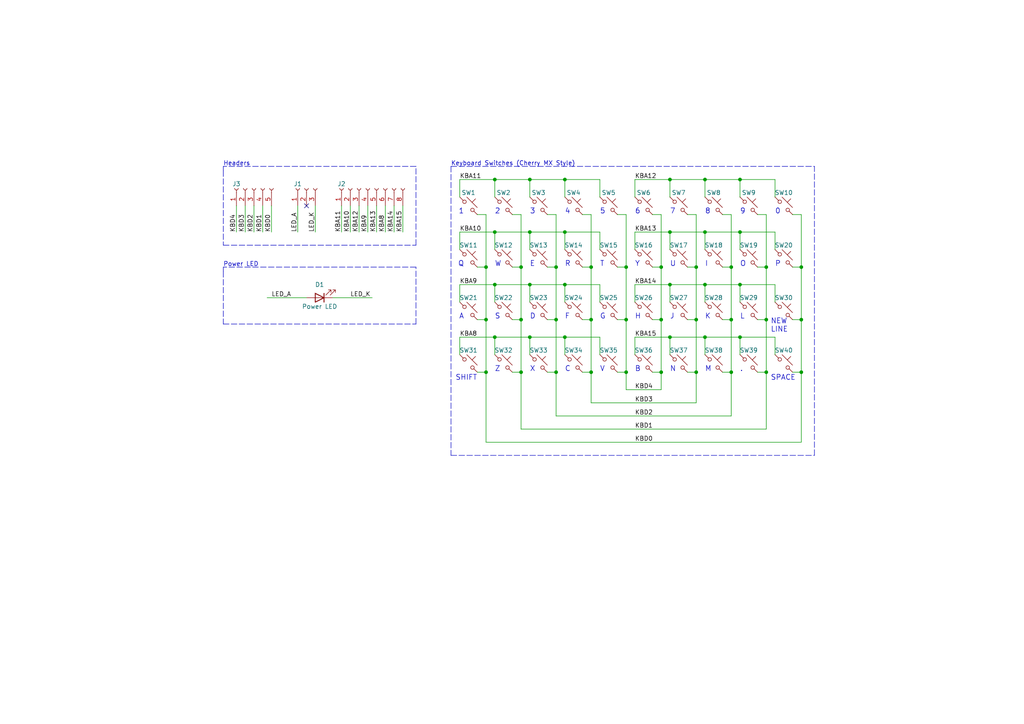
<source format=kicad_sch>
(kicad_sch (version 20250114) (generator "eeschema") (generator_version "9.0")
  (paper "A4")
  (title_block (title "Mechanical Keyboard for ZX81+38") (date "2025-08-02") (rev "1.0") (comment 1 "ZX81+38 designed by "))
  (lib_symbols
    (symbol "Connector:Conn_01x03_Female" (pin_names (offset 1.016) (hide yes))
      (property "Reference" "J" (at 0 5.08 0))
      (property "Value" "Conn_01x03_Female" (at 0 -5.08 0))
      (symbol "Conn_01x03_Female_1_1"
        (polyline (pts (xy -1.27 2.54) (xy -0.508 2.54)) (stroke (width 0.1524)))
        (polyline (pts (xy -1.27 0) (xy -0.508 0)) (stroke (width 0.1524)))
        (polyline (pts (xy -1.27 -2.54) (xy -0.508 -2.54)) (stroke (width 0.1524)))
        (arc (start 0 2.032) (mid -0.5058 2.54) (end 0 3.048) (stroke (width 0.1524)))
        (arc (start 0 -0.508) (mid -0.5058 0) (end 0 0.508) (stroke (width 0.1524)))
        (arc (start 0 -3.048) (mid -0.5058 -2.54) (end 0 -2.032) (stroke (width 0.1524)))
        (pin passive line (at -5.08 2.54 0) (length 3.81) (name "Pin_1") (number "1"))
        (pin passive line (at -5.08 0 0) (length 3.81) (name "Pin_2") (number "2"))
        (pin passive line (at -5.08 -2.54 0) (length 3.81) (name "Pin_3") (number "3"))
      )
    )
    (symbol "Connector:Conn_01x05_Female" (pin_names (offset 1.016) (hide yes))
      (property "Reference" "J" (at 0 7.62 0))
      (property "Value" "Conn_01x05_Female" (at 0 -7.62 0))
      (symbol "Conn_01x05_Female_1_1"
        (polyline (pts (xy -1.27 5.08) (xy -0.508 5.08)) (stroke (width 0.1524)))
        (polyline (pts (xy -1.27 2.54) (xy -0.508 2.54)) (stroke (width 0.1524)))
        (polyline (pts (xy -1.27 0) (xy -0.508 0)) (stroke (width 0.1524)))
        (polyline (pts (xy -1.27 -2.54) (xy -0.508 -2.54)) (stroke (width 0.1524)))
        (polyline (pts (xy -1.27 -5.08) (xy -0.508 -5.08)) (stroke (width 0.1524)))
        (arc (start 0 4.572) (mid -0.5058 5.08) (end 0 5.588) (stroke (width 0.1524)))
        (arc (start 0 2.032) (mid -0.5058 2.54) (end 0 3.048) (stroke (width 0.1524)))
        (arc (start 0 -0.508) (mid -0.5058 0) (end 0 0.508) (stroke (width 0.1524)))
        (arc (start 0 -3.048) (mid -0.5058 -2.54) (end 0 -2.032) (stroke (width 0.1524)))
        (arc (start 0 -5.588) (mid -0.5058 -5.08) (end 0 -4.572) (stroke (width 0.1524)))
        (pin passive line (at -5.08 5.08 0) (length 3.81) (name "Pin_1") (number "1"))
        (pin passive line (at -5.08 2.54 0) (length 3.81) (name "Pin_2") (number "2"))
        (pin passive line (at -5.08 0 0) (length 3.81) (name "Pin_3") (number "3"))
        (pin passive line (at -5.08 -2.54 0) (length 3.81) (name "Pin_4") (number "4"))
        (pin passive line (at -5.08 -5.08 0) (length 3.81) (name "Pin_5") (number "5"))
      )
    )
    (symbol "Connector:Conn_01x08_Female" (pin_names (offset 1.016) (hide yes))
      (property "Reference" "J" (at 0 10.16 0))
      (property "Value" "Conn_01x08_Female" (at 0 -12.7 0))
      (symbol "Conn_01x08_Female_1_1"
        (polyline (pts (xy -1.27 7.62) (xy -0.508 7.62)) (stroke (width 0.1524)))
        (polyline (pts (xy -1.27 5.08) (xy -0.508 5.08)) (stroke (width 0.1524)))
        (polyline (pts (xy -1.27 2.54) (xy -0.508 2.54)) (stroke (width 0.1524)))
        (polyline (pts (xy -1.27 0) (xy -0.508 0)) (stroke (width 0.1524)))
        (polyline (pts (xy -1.27 -2.54) (xy -0.508 -2.54)) (stroke (width 0.1524)))
        (polyline (pts (xy -1.27 -5.08) (xy -0.508 -5.08)) (stroke (width 0.1524)))
        (polyline (pts (xy -1.27 -7.62) (xy -0.508 -7.62)) (stroke (width 0.1524)))
        (polyline (pts (xy -1.27 -10.16) (xy -0.508 -10.16)) (stroke (width 0.1524)))
        (arc (start 0 7.112) (mid -0.5058 7.62) (end 0 8.128) (stroke (width 0.1524)))
        (arc (start 0 4.572) (mid -0.5058 5.08) (end 0 5.588) (stroke (width 0.1524)))
        (arc (start 0 2.032) (mid -0.5058 2.54) (end 0 3.048) (stroke (width 0.1524)))
        (arc (start 0 -0.508) (mid -0.5058 0) (end 0 0.508) (stroke (width 0.1524)))
        (arc (start 0 -3.048) (mid -0.5058 -2.54) (end 0 -2.032) (stroke (width 0.1524)))
        (arc (start 0 -5.588) (mid -0.5058 -5.08) (end 0 -4.572) (stroke (width 0.1524)))
        (arc (start 0 -8.128) (mid -0.5058 -7.62) (end 0 -7.112) (stroke (width 0.1524)))
        (arc (start 0 -10.668) (mid -0.5058 -10.16) (end 0 -9.652) (stroke (width 0.1524)))
        (pin passive line (at -5.08 7.62 0) (length 3.81) (name "Pin_1") (number "1"))
        (pin passive line (at -5.08 5.08 0) (length 3.81) (name "Pin_2") (number "2"))
        (pin passive line (at -5.08 2.54 0) (length 3.81) (name "Pin_3") (number "3"))
        (pin passive line (at -5.08 0 0) (length 3.81) (name "Pin_4") (number "4"))
        (pin passive line (at -5.08 -2.54 0) (length 3.81) (name "Pin_5") (number "5"))
        (pin passive line (at -5.08 -5.08 0) (length 3.81) (name "Pin_6") (number "6"))
        (pin passive line (at -5.08 -7.62 0) (length 3.81) (name "Pin_7") (number "7"))
        (pin passive line (at -5.08 -10.16 0) (length 3.81) (name "Pin_8") (number "8"))
      )
    )
    (symbol "Device:LED" (pin_numbers (hide yes)) (pin_names (offset 1.016) (hide yes))
      (property "Reference" "D" (at 0 2.54 0))
      (property "Value" "LED" (at 0 -2.54 0))
      (symbol "LED_0_1"
        (polyline (pts (xy -3.048 -0.762) (xy -4.572 -2.286) (xy -3.81 -2.286) (xy -4.572 -2.286) (xy -4.572 -1.524)))
        (polyline (pts (xy -1.778 -0.762) (xy -3.302 -2.286) (xy -2.54 -2.286) (xy -3.302 -2.286) (xy -3.302 -1.524)))
        (polyline (pts (xy -1.27 0) (xy 1.27 0)))
        (polyline (pts (xy -1.27 -1.27) (xy -1.27 1.27)) (stroke (width 0.254)))
        (polyline (pts (xy 1.27 -1.27) (xy 1.27 1.27) (xy -1.27 0) (xy 1.27 -1.27)) (stroke (width 0.254)))
      )
      (symbol "LED_1_1"
        (pin passive line (at -3.81 0 0) (length 2.54) (name "K") (number "1"))
        (pin passive line (at 3.81 0 180) (length 2.54) (name "A") (number "2"))
      )
    )
    (symbol "SW_Push_45deg_1" (pin_numbers (hide yes)) (pin_names (offset 1.016) (hide yes))
      (property "Reference" "SW" (at 3.048 1.016 0))
      (property "Value" "SW_Push_45deg_1" (at 0 -3.81 0))
      (symbol "SW_Push_45deg_1_0_1"
        (polyline (pts (xy -2.54 2.54) (xy -1.524 1.524) (xy -1.524 1.524)))
        (circle (center -1.1684 1.1684) (radius 0.508))
        (polyline (pts (xy -0.508 2.54) (xy 2.54 -0.508)))
        (polyline (pts (xy 1.016 1.016) (xy 2.032 2.032)))
        (circle (center 1.143 -1.1938) (radius 0.508))
        (polyline (pts (xy 1.524 -1.524) (xy 2.54 -2.54) (xy 2.54 -2.54) (xy 2.54 -2.54)))
        (pin passive line (at -2.54 2.54 0) (length 0) (name "1") (number "1"))
        (pin passive line (at 2.54 -2.54 180) (length 0) (name "2") (number "2"))
      )
    )
    (symbol "SW_Push_45deg_2" (pin_numbers (hide yes)) (pin_names (offset 1.016) (hide yes))
      (property "Reference" "SW" (at 3.048 1.016 0))
      (property "Value" "SW_Push_45deg_2" (at 0 -3.81 0))
      (symbol "SW_Push_45deg_2_0_1"
        (polyline (pts (xy -2.54 2.54) (xy -1.524 1.524) (xy -1.524 1.524)))
        (circle (center -1.1684 1.1684) (radius 0.508))
        (polyline (pts (xy -0.508 2.54) (xy 2.54 -0.508)))
        (polyline (pts (xy 1.016 1.016) (xy 2.032 2.032)))
        (circle (center 1.143 -1.1938) (radius 0.508))
        (polyline (pts (xy 1.524 -1.524) (xy 2.54 -2.54) (xy 2.54 -2.54) (xy 2.54 -2.54)))
        (pin passive line (at -2.54 2.54 0) (length 0) (name "1") (number "1"))
        (pin passive line (at 2.54 -2.54 180) (length 0) (name "2") (number "2"))
      )
    )
    (symbol "SW_Push_45deg_3" (pin_numbers (hide yes)) (pin_names (offset 1.016) (hide yes))
      (property "Reference" "SW" (at 3.048 1.016 0))
      (property "Value" "SW_Push_45deg_3" (at 0 -3.81 0))
      (symbol "SW_Push_45deg_3_0_1"
        (polyline (pts (xy -2.54 2.54) (xy -1.524 1.524) (xy -1.524 1.524)))
        (circle (center -1.1684 1.1684) (radius 0.508))
        (polyline (pts (xy -0.508 2.54) (xy 2.54 -0.508)))
        (polyline (pts (xy 1.016 1.016) (xy 2.032 2.032)))
        (circle (center 1.143 -1.1938) (radius 0.508))
        (polyline (pts (xy 1.524 -1.524) (xy 2.54 -2.54) (xy 2.54 -2.54) (xy 2.54 -2.54)))
        (pin passive line (at -2.54 2.54 0) (length 0) (name "1") (number "1"))
        (pin passive line (at 2.54 -2.54 180) (length 0) (name "2") (number "2"))
      )
    )
    (symbol "SW_Push_45deg_4" (pin_numbers (hide yes)) (pin_names (offset 1.016) (hide yes))
      (property "Reference" "SW" (at 3.048 1.016 0))
      (property "Value" "SW_Push_45deg_4" (at 0 -3.81 0))
      (symbol "SW_Push_45deg_4_0_1"
        (polyline (pts (xy -2.54 2.54) (xy -1.524 1.524) (xy -1.524 1.524)))
        (circle (center -1.1684 1.1684) (radius 0.508))
        (polyline (pts (xy -0.508 2.54) (xy 2.54 -0.508)))
        (polyline (pts (xy 1.016 1.016) (xy 2.032 2.032)))
        (circle (center 1.143 -1.1938) (radius 0.508))
        (polyline (pts (xy 1.524 -1.524) (xy 2.54 -2.54) (xy 2.54 -2.54) (xy 2.54 -2.54)))
        (pin passive line (at -2.54 2.54 0) (length 0) (name "1") (number "1"))
        (pin passive line (at 2.54 -2.54 180) (length 0) (name "2") (number "2"))
      )
    )
    (symbol "SW_Push_45deg_5" (pin_numbers (hide yes)) (pin_names (offset 1.016) (hide yes))
      (property "Reference" "SW" (at 3.048 1.016 0))
      (property "Value" "SW_Push_45deg_5" (at 0 -3.81 0))
      (symbol "SW_Push_45deg_5_0_1"
        (polyline (pts (xy -2.54 2.54) (xy -1.524 1.524) (xy -1.524 1.524)))
        (circle (center -1.1684 1.1684) (radius 0.508))
        (polyline (pts (xy -0.508 2.54) (xy 2.54 -0.508)))
        (polyline (pts (xy 1.016 1.016) (xy 2.032 2.032)))
        (circle (center 1.143 -1.1938) (radius 0.508))
        (polyline (pts (xy 1.524 -1.524) (xy 2.54 -2.54) (xy 2.54 -2.54) (xy 2.54 -2.54)))
        (pin passive line (at -2.54 2.54 0) (length 0) (name "1") (number "1"))
        (pin passive line (at 2.54 -2.54 180) (length 0) (name "2") (number "2"))
      )
    )
    (symbol "SW_Push_45deg_6" (pin_numbers (hide yes)) (pin_names (offset 1.016) (hide yes))
      (property "Reference" "SW" (at 3.048 1.016 0))
      (property "Value" "SW_Push_45deg_6" (at 0 -3.81 0))
      (symbol "SW_Push_45deg_6_0_1"
        (polyline (pts (xy -2.54 2.54) (xy -1.524 1.524) (xy -1.524 1.524)))
        (circle (center -1.1684 1.1684) (radius 0.508))
        (polyline (pts (xy -0.508 2.54) (xy 2.54 -0.508)))
        (polyline (pts (xy 1.016 1.016) (xy 2.032 2.032)))
        (circle (center 1.143 -1.1938) (radius 0.508))
        (polyline (pts (xy 1.524 -1.524) (xy 2.54 -2.54) (xy 2.54 -2.54) (xy 2.54 -2.54)))
        (pin passive line (at -2.54 2.54 0) (length 0) (name "1") (number "1"))
        (pin passive line (at 2.54 -2.54 180) (length 0) (name "2") (number "2"))
      )
    )
    (symbol "SW_Push_45deg_7" (pin_numbers (hide yes)) (pin_names (offset 1.016) (hide yes))
      (property "Reference" "SW" (at 3.048 1.016 0))
      (property "Value" "SW_Push_45deg_7" (at 0 -3.81 0))
      (symbol "SW_Push_45deg_7_0_1"
        (polyline (pts (xy -2.54 2.54) (xy -1.524 1.524) (xy -1.524 1.524)))
        (circle (center -1.1684 1.1684) (radius 0.508))
        (polyline (pts (xy -0.508 2.54) (xy 2.54 -0.508)))
        (polyline (pts (xy 1.016 1.016) (xy 2.032 2.032)))
        (circle (center 1.143 -1.1938) (radius 0.508))
        (polyline (pts (xy 1.524 -1.524) (xy 2.54 -2.54) (xy 2.54 -2.54) (xy 2.54 -2.54)))
        (pin passive line (at -2.54 2.54 0) (length 0) (name "1") (number "1"))
        (pin passive line (at 2.54 -2.54 180) (length 0) (name "2") (number "2"))
      )
    )
    (symbol "SW_Push_45deg_8" (pin_numbers (hide yes)) (pin_names (offset 1.016) (hide yes))
      (property "Reference" "SW" (at 3.048 1.016 0))
      (property "Value" "SW_Push_45deg_8" (at 0 -3.81 0))
      (symbol "SW_Push_45deg_8_0_1"
        (polyline (pts (xy -2.54 2.54) (xy -1.524 1.524) (xy -1.524 1.524)))
        (circle (center -1.1684 1.1684) (radius 0.508))
        (polyline (pts (xy -0.508 2.54) (xy 2.54 -0.508)))
        (polyline (pts (xy 1.016 1.016) (xy 2.032 2.032)))
        (circle (center 1.143 -1.1938) (radius 0.508))
        (polyline (pts (xy 1.524 -1.524) (xy 2.54 -2.54) (xy 2.54 -2.54) (xy 2.54 -2.54)))
        (pin passive line (at -2.54 2.54 0) (length 0) (name "1") (number "1"))
        (pin passive line (at 2.54 -2.54 180) (length 0) (name "2") (number "2"))
      )
    )
    (symbol "SW_Push_45deg_9" (pin_numbers (hide yes)) (pin_names (offset 1.016) (hide yes))
      (property "Reference" "SW" (at 3.048 1.016 0))
      (property "Value" "SW_Push_45deg_9" (at 0 -3.81 0))
      (symbol "SW_Push_45deg_9_0_1"
        (polyline (pts (xy -2.54 2.54) (xy -1.524 1.524) (xy -1.524 1.524)))
        (circle (center -1.1684 1.1684) (radius 0.508))
        (polyline (pts (xy -0.508 2.54) (xy 2.54 -0.508)))
        (polyline (pts (xy 1.016 1.016) (xy 2.032 2.032)))
        (circle (center 1.143 -1.1938) (radius 0.508))
        (polyline (pts (xy 1.524 -1.524) (xy 2.54 -2.54) (xy 2.54 -2.54) (xy 2.54 -2.54)))
        (pin passive line (at -2.54 2.54 0) (length 0) (name "1") (number "1"))
        (pin passive line (at 2.54 -2.54 180) (length 0) (name "2") (number "2"))
      )
    )
    (symbol "Switch:SW_Push_45deg" (pin_numbers (hide yes)) (pin_names (offset 1.016) (hide yes))
      (property "Reference" "SW" (at 3.048 1.016 0))
      (property "Value" "SW_Push_45deg" (at 0 -3.81 0))
      (symbol "SW_Push_45deg_0_1"
        (polyline (pts (xy -2.54 2.54) (xy -1.524 1.524) (xy -1.524 1.524)))
        (circle (center -1.1684 1.1684) (radius 0.508))
        (polyline (pts (xy -0.508 2.54) (xy 2.54 -0.508)))
        (polyline (pts (xy 1.016 1.016) (xy 2.032 2.032)))
        (circle (center 1.143 -1.1938) (radius 0.508))
        (polyline (pts (xy 1.524 -1.524) (xy 2.54 -2.54) (xy 2.54 -2.54) (xy 2.54 -2.54)))
        (pin passive line (at -2.54 2.54 0) (length 0) (name "1") (number "1"))
        (pin passive line (at 2.54 -2.54 180) (length 0) (name "2") (number "2"))
      )
    )
  )
  (text "O" (at 214.63 77.47 0) (effects (font (size 1.5 1.5)) (justify left bottom)))
  (text "P" (at 224.79 77.47 0) (effects (font (size 1.5 1.5)) (justify left bottom)))
  (text "SPACE" (at 223.52 110.49 0) (effects (font (size 1.5 1.5)) (justify left bottom)))
  (text "N" (at 194.31 107.95 0) (effects (font (size 1.5 1.5)) (justify left bottom)))
  (text "3" (at 153.67 62.23 0) (effects (font (size 1.5 1.5)) (justify left bottom)))
  (text "H" (at 184.15 92.71 0) (effects (font (size 1.5 1.5)) (justify left bottom)))
  (text "A" (at 134.62 92.71 0) (effects (font (size 1.5 1.5)) (justify right bottom)))
  (text "F" (at 163.83 92.71 0) (effects (font (size 1.5 1.5)) (justify left bottom)))
  (text "G" (at 173.99 92.71 0) (effects (font (size 1.5 1.5)) (justify left bottom)))
  (text "Headers" (at 64.77 48.26 0) (effects (font (size 1.27 1.27)) (justify left bottom)))
  (text "K" (at 204.47 92.71 0) (effects (font (size 1.5 1.5)) (justify left bottom)))
  (text "T" (at 173.99 77.47 0) (effects (font (size 1.5 1.5)) (justify left bottom)))
  (text "1" (at 134.62 62.23 0) (effects (font (size 1.5 1.5)) (justify right bottom)))
  (text "Q" (at 134.62 77.47 0) (effects (font (size 1.5 1.5)) (justify right bottom)))
  (text "J" (at 194.31 92.71 0) (effects (font (size 1.5 1.5)) (justify left bottom)))
  (text "L" (at 214.63 92.71 0) (effects (font (size 1.5 1.5)) (justify left bottom)))
  (text "4" (at 163.83 62.23 0) (effects (font (size 1.5 1.5)) (justify left bottom)))
  (text "SHIFT" (at 138.43 110.49 0) (effects (font (size 1.5 1.5)) (justify right bottom)))
  (text "5" (at 173.99 62.23 0) (effects (font (size 1.5 1.5)) (justify left bottom)))
  (text "Power LED" (at 64.77 77.47 0) (effects (font (size 1.27 1.27)) (justify left bottom)))
  (text "Y" (at 184.15 77.47 0) (effects (font (size 1.5 1.5)) (justify left bottom)))
  (text "2" (at 143.51 62.23 0) (effects (font (size 1.5 1.5)) (justify left bottom)))
  (text "W" (at 143.51 77.47 0) (effects (font (size 1.5 1.5)) (justify left bottom)))
  (text "6" (at 184.15 62.23 0) (effects (font (size 1.5 1.5)) (justify left bottom)))
  (text "S" (at 143.51 92.71 0) (effects (font (size 1.5 1.5)) (justify left bottom)))
  (text "7\n" (at 194.31 62.23 0) (effects (font (size 1.5 1.5)) (justify left bottom)))
  (text "D" (at 153.67 92.71 0) (effects (font (size 1.5 1.5)) (justify left bottom)))
  (text "0\n" (at 224.79 62.23 0) (effects (font (size 1.5 1.5)) (justify left bottom)))
  (text "Z" (at 143.51 107.95 0) (effects (font (size 1.5 1.5)) (justify left bottom)))
  (text "9" (at 214.63 62.23 0) (effects (font (size 1.5 1.5)) (justify left bottom)))
  (text "V" (at 173.99 107.95 0) (effects (font (size 1.5 1.5)) (justify left bottom)))
  (text "NEW\nLINE" (at 223.52 96.52 0) (effects (font (size 1.5 1.5)) (justify left bottom)))
  (text "Keyboard Switches (Cherry MX Style)" (at 130.81 48.26 0) (effects (font (size 1.27 1.27)) (justify left bottom)))
  (text "8" (at 204.47 62.23 0) (effects (font (size 1.5 1.5)) (justify left bottom)))
  (text "U" (at 194.31 77.47 0) (effects (font (size 1.5 1.5)) (justify left bottom)))
  (text "E" (at 153.67 77.47 0) (effects (font (size 1.5 1.5)) (justify left bottom)))
  (text "C" (at 163.83 107.95 0) (effects (font (size 1.5 1.5)) (justify left bottom)))
  (text "X" (at 153.67 107.95 0) (effects (font (size 1.5 1.5)) (justify left bottom)))
  (text "I" (at 204.47 77.47 0) (effects (font (size 1.5 1.5)) (justify left bottom)))
  (text "B" (at 184.15 107.95 0) (effects (font (size 1.5 1.5)) (justify left bottom)))
  (text "R" (at 163.83 77.47 0) (effects (font (size 1.5 1.5)) (justify left bottom)))
  (text "M" (at 204.47 107.95 0) (effects (font (size 1.5 1.5)) (justify left bottom)))
  (text "." (at 214.63 107.95 0) (effects (font (size 1.5 1.5)) (justify left bottom)))
  (junction (at 181.61 107.95))
  (junction (at 181.61 92.71))
  (junction (at 194.31 82.55))
  (junction (at 161.29 77.47))
  (junction (at 222.25 92.71))
  (junction (at 232.41 92.71))
  (junction (at 181.61 77.47))
  (junction (at 163.83 52.07))
  (junction (at 151.13 92.71))
  (junction (at 191.77 107.95))
  (junction (at 151.13 107.95))
  (junction (at 204.47 82.55))
  (junction (at 194.31 52.07))
  (junction (at 212.09 77.47))
  (junction (at 153.67 97.79))
  (junction (at 161.29 92.71))
  (junction (at 140.97 77.47))
  (junction (at 153.67 67.31))
  (junction (at 171.45 107.95))
  (junction (at 143.51 97.79))
  (junction (at 143.51 82.55))
  (junction (at 143.51 52.07))
  (junction (at 153.67 82.55))
  (junction (at 163.83 67.31))
  (junction (at 222.25 77.47))
  (junction (at 171.45 92.71))
  (junction (at 171.45 77.47))
  (junction (at 163.83 97.79))
  (junction (at 232.41 77.47))
  (junction (at 194.31 97.79))
  (junction (at 191.77 77.47))
  (junction (at 161.29 107.95))
  (junction (at 201.93 92.71))
  (junction (at 143.51 67.31))
  (junction (at 140.97 92.71))
  (junction (at 163.83 82.55))
  (junction (at 212.09 107.95))
  (junction (at 153.67 52.07))
  (junction (at 232.41 107.95))
  (junction (at 214.63 67.31))
  (junction (at 191.77 92.71))
  (junction (at 194.31 67.31))
  (junction (at 151.13 77.47))
  (junction (at 204.47 67.31))
  (junction (at 214.63 82.55))
  (junction (at 214.63 97.79))
  (junction (at 140.97 107.95))
  (junction (at 201.93 107.95))
  (junction (at 201.93 77.47))
  (junction (at 214.63 52.07))
  (junction (at 222.25 107.95))
  (junction (at 204.47 52.07))
  (junction (at 212.09 92.71))
  (junction (at 204.47 97.79))
  (no_connect (at 88.9 59.69))
  (wire (pts (xy 179.07 107.95) (xy 181.61 107.95)))
  (wire (pts (xy 106.68 59.69) (xy 106.68 67.31)))
  (wire (pts (xy 179.07 92.71) (xy 181.61 92.71)))
  (wire (pts (xy 143.51 52.07) (xy 143.51 57.15)))
  (wire (pts (xy 171.45 77.47) (xy 171.45 92.71)))
  (polyline (pts (xy 236.22 132.08) (xy 236.22 48.26)) (stroke (width 0) (type dash)))
  (wire (pts (xy 168.91 107.95) (xy 171.45 107.95)))
  (wire (pts (xy 114.3 59.69) (xy 114.3 67.31)))
  (wire (pts (xy 191.77 107.95) (xy 189.23 107.95)))
  (wire (pts (xy 232.41 92.71) (xy 232.41 107.95)))
  (wire (pts (xy 153.67 97.79) (xy 163.83 97.79)))
  (wire (pts (xy 194.31 97.79) (xy 194.31 102.87)))
  (wire (pts (xy 140.97 128.27) (xy 232.41 128.27)))
  (wire (pts (xy 143.51 52.07) (xy 133.35 52.07)))
  (wire (pts (xy 109.22 59.69) (xy 109.22 67.31)))
  (wire (pts (xy 161.29 107.95) (xy 161.29 120.65)))
  (wire (pts (xy 151.13 124.46) (xy 222.25 124.46)))
  (wire (pts (xy 181.61 107.95) (xy 181.61 113.03)))
  (wire (pts (xy 140.97 62.23) (xy 140.97 77.47)))
  (wire (pts (xy 153.67 52.07) (xy 143.51 52.07)))
  (polyline (pts (xy 130.81 48.26) (xy 236.22 48.26)) (stroke (width 0) (type dash)))
  (wire (pts (xy 204.47 82.55) (xy 204.47 87.63)))
  (wire (pts (xy 194.31 82.55) (xy 194.31 87.63)))
  (wire (pts (xy 224.79 67.31) (xy 224.79 72.39)))
  (wire (pts (xy 140.97 77.47) (xy 140.97 92.71)))
  (wire (pts (xy 161.29 62.23) (xy 161.29 77.47)))
  (wire (pts (xy 219.71 92.71) (xy 222.25 92.71)))
  (wire (pts (xy 148.59 92.71) (xy 151.13 92.71)))
  (wire (pts (xy 232.41 77.47) (xy 232.41 92.71)))
  (wire (pts (xy 191.77 107.95) (xy 191.77 113.03)))
  (wire (pts (xy 151.13 77.47) (xy 151.13 92.71)))
  (wire (pts (xy 78.74 59.69) (xy 78.74 67.31)))
  (wire (pts (xy 163.83 67.31) (xy 163.83 72.39)))
  (wire (pts (xy 133.35 102.87) (xy 133.35 97.79)))
  (wire (pts (xy 161.29 120.65) (xy 212.09 120.65)))
  (wire (pts (xy 163.83 97.79) (xy 173.99 97.79)))
  (wire (pts (xy 86.36 59.69) (xy 86.36 67.31)))
  (wire (pts (xy 163.83 52.07) (xy 153.67 52.07)))
  (wire (pts (xy 201.93 107.95) (xy 199.39 107.95)))
  (wire (pts (xy 179.07 77.47) (xy 181.61 77.47)))
  (wire (pts (xy 209.55 77.47) (xy 212.09 77.47)))
  (wire (pts (xy 133.35 87.63) (xy 133.35 82.55)))
  (wire (pts (xy 153.67 67.31) (xy 153.67 72.39)))
  (wire (pts (xy 184.15 52.07) (xy 194.31 52.07)))
  (wire (pts (xy 143.51 97.79) (xy 153.67 97.79)))
  (wire (pts (xy 168.91 77.47) (xy 171.45 77.47)))
  (wire (pts (xy 133.35 72.39) (xy 133.35 67.31)))
  (wire (pts (xy 199.39 92.71) (xy 201.93 92.71)))
  (wire (pts (xy 153.67 52.07) (xy 153.67 57.15)))
  (wire (pts (xy 212.09 107.95) (xy 212.09 120.65)))
  (wire (pts (xy 143.51 82.55) (xy 143.51 87.63)))
  (wire (pts (xy 204.47 67.31) (xy 214.63 67.31)))
  (wire (pts (xy 214.63 52.07) (xy 224.79 52.07)))
  (wire (pts (xy 163.83 52.07) (xy 163.83 57.15)))
  (wire (pts (xy 204.47 52.07) (xy 204.47 57.15)))
  (wire (pts (xy 163.83 82.55) (xy 163.83 87.63)))
  (polyline (pts (xy 120.65 93.98) (xy 120.65 77.47)) (stroke (width 0) (type dash)))
  (wire (pts (xy 68.58 59.69) (xy 68.58 67.31)))
  (wire (pts (xy 201.93 92.71) (xy 201.93 107.95)))
  (wire (pts (xy 194.31 97.79) (xy 204.47 97.79)))
  (wire (pts (xy 191.77 77.47) (xy 189.23 77.47)))
  (wire (pts (xy 224.79 82.55) (xy 224.79 87.63)))
  (wire (pts (xy 181.61 92.71) (xy 181.61 107.95)))
  (wire (pts (xy 222.25 92.71) (xy 222.25 107.95)))
  (wire (pts (xy 194.31 67.31) (xy 194.31 72.39)))
  (wire (pts (xy 204.47 67.31) (xy 204.47 72.39)))
  (polyline (pts (xy 120.65 48.26) (xy 64.77 48.26)) (stroke (width 0) (type dash)))
  (wire (pts (xy 189.23 92.71) (xy 191.77 92.71)))
  (wire (pts (xy 143.51 67.31) (xy 143.51 72.39)))
  (wire (pts (xy 189.23 62.23) (xy 191.77 62.23)))
  (wire (pts (xy 184.15 87.63) (xy 184.15 82.55)))
  (wire (pts (xy 143.51 97.79) (xy 143.51 102.87)))
  (wire (pts (xy 191.77 62.23) (xy 191.77 77.47)))
  (wire (pts (xy 140.97 107.95) (xy 138.43 107.95)))
  (wire (pts (xy 111.76 59.69) (xy 111.76 67.31)))
  (wire (pts (xy 201.93 77.47) (xy 201.93 92.71)))
  (wire (pts (xy 209.55 62.23) (xy 212.09 62.23)))
  (wire (pts (xy 140.97 107.95) (xy 140.97 128.27)))
  (wire (pts (xy 161.29 107.95) (xy 158.75 107.95)))
  (wire (pts (xy 148.59 62.23) (xy 151.13 62.23)))
  (wire (pts (xy 133.35 97.79) (xy 143.51 97.79)))
  (wire (pts (xy 158.75 77.47) (xy 161.29 77.47)))
  (wire (pts (xy 184.15 82.55) (xy 194.31 82.55)))
  (wire (pts (xy 153.67 82.55) (xy 163.83 82.55)))
  (wire (pts (xy 99.06 59.69) (xy 99.06 67.31)))
  (wire (pts (xy 158.75 92.71) (xy 161.29 92.71)))
  (wire (pts (xy 222.25 107.95) (xy 222.25 124.46)))
  (wire (pts (xy 229.87 92.71) (xy 232.41 92.71)))
  (wire (pts (xy 209.55 92.71) (xy 212.09 92.71)))
  (wire (pts (xy 161.29 92.71) (xy 161.29 107.95)))
  (wire (pts (xy 168.91 62.23) (xy 171.45 62.23)))
  (wire (pts (xy 201.93 107.95) (xy 201.93 116.84)))
  (wire (pts (xy 214.63 67.31) (xy 214.63 72.39)))
  (wire (pts (xy 194.31 82.55) (xy 204.47 82.55)))
  (wire (pts (xy 214.63 52.07) (xy 214.63 57.15)))
  (wire (pts (xy 181.61 77.47) (xy 181.61 92.71)))
  (wire (pts (xy 151.13 107.95) (xy 148.59 107.95)))
  (wire (pts (xy 224.79 52.07) (xy 224.79 57.15)))
  (wire (pts (xy 219.71 62.23) (xy 222.25 62.23)))
  (wire (pts (xy 194.31 67.31) (xy 204.47 67.31)))
  (polyline (pts (xy 64.77 71.12) (xy 120.65 71.12)) (stroke (width 0) (type dash)))
  (wire (pts (xy 161.29 77.47) (xy 161.29 92.71)))
  (wire (pts (xy 163.83 82.55) (xy 173.99 82.55)))
  (wire (pts (xy 171.45 116.84) (xy 201.93 116.84)))
  (wire (pts (xy 204.47 97.79) (xy 204.47 102.87)))
  (wire (pts (xy 140.97 92.71) (xy 140.97 107.95)))
  (wire (pts (xy 184.15 97.79) (xy 194.31 97.79)))
  (wire (pts (xy 191.77 92.71) (xy 191.77 107.95)))
  (wire (pts (xy 214.63 67.31) (xy 224.79 67.31)))
  (wire (pts (xy 214.63 82.55) (xy 214.63 87.63)))
  (wire (pts (xy 214.63 82.55) (xy 224.79 82.55)))
  (wire (pts (xy 133.35 52.07) (xy 133.35 57.15)))
  (wire (pts (xy 179.07 62.23) (xy 181.61 62.23)))
  (wire (pts (xy 138.43 62.23) (xy 140.97 62.23)))
  (wire (pts (xy 212.09 107.95) (xy 209.55 107.95)))
  (wire (pts (xy 151.13 107.95) (xy 151.13 124.46)))
  (wire (pts (xy 181.61 113.03) (xy 191.77 113.03)))
  (wire (pts (xy 71.12 59.69) (xy 71.12 67.31)))
  (wire (pts (xy 214.63 97.79) (xy 224.79 97.79)))
  (wire (pts (xy 212.09 77.47) (xy 212.09 92.71)))
  (wire (pts (xy 171.45 107.95) (xy 171.45 116.84)))
  (wire (pts (xy 158.75 62.23) (xy 161.29 62.23)))
  (wire (pts (xy 199.39 62.23) (xy 201.93 62.23)))
  (wire (pts (xy 148.59 77.47) (xy 151.13 77.47)))
  (wire (pts (xy 168.91 92.71) (xy 171.45 92.71)))
  (wire (pts (xy 214.63 97.79) (xy 214.63 102.87)))
  (wire (pts (xy 133.35 67.31) (xy 143.51 67.31)))
  (wire (pts (xy 73.66 59.69) (xy 73.66 67.31)))
  (polyline (pts (xy 64.77 93.98) (xy 120.65 93.98)) (stroke (width 0) (type dash)))
  (wire (pts (xy 143.51 67.31) (xy 153.67 67.31)))
  (wire (pts (xy 163.83 67.31) (xy 173.99 67.31)))
  (wire (pts (xy 140.97 77.47) (xy 138.43 77.47)))
  (wire (pts (xy 194.31 52.07) (xy 194.31 57.15)))
  (wire (pts (xy 76.2 59.69) (xy 76.2 67.31)))
  (wire (pts (xy 229.87 62.23) (xy 232.41 62.23)))
  (polyline (pts (xy 64.77 49.53) (xy 64.77 71.12)) (stroke (width 0) (type dash)))
  (wire (pts (xy 222.25 62.23) (xy 222.25 77.47)))
  (wire (pts (xy 212.09 92.71) (xy 212.09 107.95)))
  (wire (pts (xy 204.47 97.79) (xy 214.63 97.79)))
  (polyline (pts (xy 130.81 132.08) (xy 236.22 132.08)) (stroke (width 0) (type dash)))
  (wire (pts (xy 173.99 97.79) (xy 173.99 102.87)))
  (wire (pts (xy 171.45 62.23) (xy 171.45 77.47)))
  (wire (pts (xy 153.67 67.31) (xy 163.83 67.31)))
  (wire (pts (xy 173.99 82.55) (xy 173.99 87.63)))
  (wire (pts (xy 151.13 92.71) (xy 151.13 107.95)))
  (wire (pts (xy 163.83 97.79) (xy 163.83 102.87)))
  (wire (pts (xy 91.44 59.69) (xy 91.44 67.31)))
  (wire (pts (xy 232.41 107.95) (xy 232.41 128.27)))
  (polyline (pts (xy 120.65 77.47) (xy 64.77 77.47)) (stroke (width 0) (type dash)))
  (wire (pts (xy 96.52 86.36) (xy 107.95 86.36)))
  (wire (pts (xy 173.99 52.07) (xy 163.83 52.07)))
  (wire (pts (xy 153.67 97.79) (xy 153.67 102.87)))
  (wire (pts (xy 151.13 62.23) (xy 151.13 77.47)))
  (wire (pts (xy 77.47 86.36) (xy 88.9 86.36)))
  (wire (pts (xy 184.15 102.87) (xy 184.15 97.79)))
  (wire (pts (xy 184.15 57.15) (xy 184.15 52.07)))
  (wire (pts (xy 224.79 97.79) (xy 224.79 102.87)))
  (polyline (pts (xy 64.77 77.47) (xy 64.77 78.74)) (stroke (width 0) (type dash)))
  (polyline (pts (xy 120.65 71.12) (xy 120.65 48.26)) (stroke (width 0) (type dash)))
  (wire (pts (xy 101.6 59.69) (xy 101.6 67.31)))
  (wire (pts (xy 222.25 77.47) (xy 222.25 92.71)))
  (wire (pts (xy 201.93 62.23) (xy 201.93 77.47)))
  (polyline (pts (xy 64.77 48.26) (xy 64.77 49.53)) (stroke (width 0) (type dash)))
  (wire (pts (xy 104.14 59.69) (xy 104.14 67.31)))
  (wire (pts (xy 133.35 82.55) (xy 143.51 82.55)))
  (wire (pts (xy 204.47 52.07) (xy 214.63 52.07)))
  (wire (pts (xy 222.25 107.95) (xy 219.71 107.95)))
  (wire (pts (xy 173.99 67.31) (xy 173.99 72.39)))
  (wire (pts (xy 232.41 62.23) (xy 232.41 77.47)))
  (wire (pts (xy 153.67 82.55) (xy 153.67 87.63)))
  (wire (pts (xy 204.47 82.55) (xy 214.63 82.55)))
  (polyline (pts (xy 64.77 78.74) (xy 64.77 93.98)) (stroke (width 0) (type dash)))
  (wire (pts (xy 212.09 62.23) (xy 212.09 77.47)))
  (wire (pts (xy 138.43 92.71) (xy 140.97 92.71)))
  (wire (pts (xy 116.84 59.69) (xy 116.84 67.31)))
  (wire (pts (xy 181.61 62.23) (xy 181.61 77.47)))
  (wire (pts (xy 199.39 77.47) (xy 201.93 77.47)))
  (polyline (pts (xy 130.81 48.26) (xy 130.81 132.08)) (stroke (width 0) (type dash)))
  (wire (pts (xy 184.15 72.39) (xy 184.15 67.31)))
  (wire (pts (xy 184.15 67.31) (xy 194.31 67.31)))
  (wire (pts (xy 229.87 77.47) (xy 232.41 77.47)))
  (wire (pts (xy 191.77 77.47) (xy 191.77 92.71)))
  (wire (pts (xy 194.31 52.07) (xy 204.47 52.07)))
  (wire (pts (xy 171.45 92.71) (xy 171.45 107.95)))
  (wire (pts (xy 232.41 107.95) (xy 229.87 107.95)))
  (wire (pts (xy 219.71 77.47) (xy 222.25 77.47)))
  (wire (pts (xy 143.51 82.55) (xy 153.67 82.55)))
  (wire (pts (xy 173.99 57.15) (xy 173.99 52.07)))
  (label "KBA11" (at 133.35 52.07 0))
  (label "KBA8" (at 111.76 67.31 90))
  (label "KBA12" (at 184.15 52.07 0))
  (label "KBD2" (at 73.66 67.31 90))
  (label "KBA14" (at 184.15 82.55 0))
  (label "LED_K" (at 101.6 86.36 0))
  (label "KBD1" (at 76.2 67.31 90))
  (label "KBA15" (at 116.84 67.31 90))
  (label "KBD3" (at 184.15 116.84 0))
  (label "KBD4" (at 184.15 113.03 0))
  (label "KBA12" (at 104.14 67.31 90))
  (label "KBA13" (at 109.22 67.31 90))
  (label "KBA11" (at 99.06 67.31 90))
  (label "KBD0" (at 78.74 67.31 90))
  (label "KBA14" (at 114.3 67.31 90))
  (label "KBA10" (at 101.6 67.31 90))
  (label "KBA15" (at 184.15 97.79 0))
  (label "KBA8" (at 133.35 97.79 0))
  (label "LED_K" (at 91.44 67.31 90))
  (label "KBD3" (at 71.12 67.31 90))
  (label "KBA13" (at 184.15 67.31 0))
  (label "KBA9" (at 133.35 82.55 0))
  (label "LED_A" (at 86.36 67.31 90))
  (label "KBD2" (at 184.15 120.65 0))
  (label "KBA9" (at 106.68 67.31 90))
  (label "KBD4" (at 68.58 67.31 90))
  (label "LED_A" (at 78.74 86.36 0))
  (label "KBD1" (at 184.15 124.46 0))
  (label "KBD0" (at 184.15 128.27 0))
  (label "KBA10" (at 133.35 67.31 0))
  (symbol (lib_name "SW_Push_45deg_9") (lib_id "Switch:SW_Push_45deg") (at 217.17 59.69 0) (unit 1)
    (property "Reference" "SW9" (at 217.17 55.88 0))
    (property "Value" "9" (effects (hide yes)))
    (property "Footprint" "Button_Switch_Keyboard:SW_Cherry_MX_1.00u_PCB" (effects (hide yes)))
  )
  (symbol (lib_name "SW_Push_45deg_8") (lib_id "Switch:SW_Push_45deg") (at 207.01 105.41 0) (unit 1)
    (property "Reference" "SW38" (at 207.01 101.6 0))
    (property "Value" "M" (effects (hide yes)))
    (property "Footprint" "Button_Switch_Keyboard:SW_Cherry_MX_1.00u_PCB" (effects (hide yes)))
  )
  (symbol (lib_name "SW_Push_45deg_3") (lib_id "Switch:SW_Push_45deg") (at 156.21 90.17 0) (unit 1)
    (property "Reference" "SW23" (at 156.21 86.36 0))
    (property "Value" "D" (effects (hide yes)))
    (property "Footprint" "Button_Switch_Keyboard:SW_Cherry_MX_1.00u_PCB" (effects (hide yes)))
  )
  (symbol (lib_id "Connector:Conn_01x08_Female") (at 106.68 54.61 90) (unit 1)
    (property "Reference" "J2" (at 99.06 53.34 90))
    (property "Value" "Conn_01x08_Female" (effects (hide yes)))
    (property "Footprint" "Connector_PinSocket_2.54mm:PinSocket_1x08_P2.54mm_Vertical" (effects (hide yes)))
  )
  (symbol (lib_name "SW_Push_45deg_5") (lib_id "Switch:SW_Push_45deg") (at 176.53 105.41 0) (unit 1)
    (property "Reference" "SW35" (at 176.53 101.6 0))
    (property "Value" "V" (effects (hide yes)))
    (property "Footprint" "Button_Switch_Keyboard:SW_Cherry_MX_1.00u_PCB" (effects (hide yes)))
  )
  (symbol (lib_name "SW_Push_45deg_3") (lib_id "Switch:SW_Push_45deg") (at 156.21 105.41 0) (unit 1)
    (property "Reference" "SW33" (at 156.21 101.6 0))
    (property "Value" "X" (effects (hide yes)))
    (property "Footprint" "Button_Switch_Keyboard:SW_Cherry_MX_1.00u_PCB" (effects (hide yes)))
  )
  (symbol (lib_name "SW_Push_45deg_8") (lib_id "Switch:SW_Push_45deg") (at 207.01 74.93 0) (unit 1)
    (property "Reference" "SW18" (at 207.01 71.12 0))
    (property "Value" "I" (effects (hide yes)))
    (property "Footprint" "Button_Switch_Keyboard:SW_Cherry_MX_1.00u_PCB" (effects (hide yes)))
  )
  (symbol (lib_name "SW_Push_45deg_8") (lib_id "Switch:SW_Push_45deg") (at 207.01 59.69 0) (unit 1)
    (property "Reference" "SW8" (at 207.01 55.88 0))
    (property "Value" "8" (effects (hide yes)))
    (property "Footprint" "Button_Switch_Keyboard:SW_Cherry_MX_1.00u_PCB" (effects (hide yes)))
  )
  (symbol (lib_name "SW_Push_45deg_4") (lib_id "Switch:SW_Push_45deg") (at 166.37 59.69 0) (unit 1)
    (property "Reference" "SW4" (at 166.37 55.88 0))
    (property "Value" "4" (effects (hide yes)))
    (property "Footprint" "Button_Switch_Keyboard:SW_Cherry_MX_1.00u_PCB" (effects (hide yes)))
  )
  (symbol (lib_name "SW_Push_45deg_2") (lib_id "Switch:SW_Push_45deg") (at 146.05 59.69 0) (unit 1)
    (property "Reference" "SW2" (at 146.05 55.88 0))
    (property "Value" "2" (effects (hide yes)))
    (property "Footprint" "Button_Switch_Keyboard:SW_Cherry_MX_1.00u_PCB" (effects (hide yes)))
  )
  (symbol (lib_name "SW_Push_45deg_4") (lib_id "Switch:SW_Push_45deg") (at 166.37 105.41 0) (unit 1)
    (property "Reference" "SW34" (at 166.37 101.6 0))
    (property "Value" "C" (effects (hide yes)))
    (property "Footprint" "Button_Switch_Keyboard:SW_Cherry_MX_1.00u_PCB" (effects (hide yes)))
  )
  (symbol (lib_name "SW_Push_45deg_1") (lib_id "Switch:SW_Push_45deg") (at 135.89 74.93 0) (unit 1)
    (property "Reference" "SW11" (at 135.89 71.12 0))
    (property "Value" "Q" (effects (hide yes)))
    (property "Footprint" "Button_Switch_Keyboard:SW_Cherry_MX_1.00u_PCB" (effects (hide yes)))
  )
  (symbol (lib_name "SW_Push_45deg_2") (lib_id "Switch:SW_Push_45deg") (at 146.05 74.93 0) (unit 1)
    (property "Reference" "SW12" (at 146.05 71.12 0))
    (property "Value" "W" (effects (hide yes)))
    (property "Footprint" "Button_Switch_Keyboard:SW_Cherry_MX_1.00u_PCB" (effects (hide yes)))
  )
  (symbol (lib_id "Connector:Conn_01x05_Female") (at 73.66 54.61 90) (unit 1)
    (property "Reference" "J3" (at 68.58 53.34 90))
    (property "Value" "Conn_01x05_Female" (effects (hide yes)))
    (property "Footprint" "Connector_PinSocket_2.54mm:PinSocket_1x05_P2.54mm_Vertical" (effects (hide yes)))
  )
  (symbol (lib_name "SW_Push_45deg_3") (lib_id "Switch:SW_Push_45deg") (at 156.21 74.93 0) (unit 1)
    (property "Reference" "SW13" (at 156.21 71.12 0))
    (property "Value" "E" (effects (hide yes)))
    (property "Footprint" "Button_Switch_Keyboard:SW_Cherry_MX_1.00u_PCB" (effects (hide yes)))
  )
  (symbol (lib_name "SW_Push_45deg_6") (lib_id "Switch:SW_Push_45deg") (at 186.69 105.41 0) (unit 1)
    (property "Reference" "SW36" (at 186.69 101.6 0))
    (property "Value" "B" (effects (hide yes)))
    (property "Footprint" "Button_Switch_Keyboard:SW_Cherry_MX_1.00u_PCB" (effects (hide yes)))
  )
  (symbol (lib_name "SW_Push_45deg_6") (lib_id "Switch:SW_Push_45deg") (at 186.69 59.69 0) (unit 1)
    (property "Reference" "SW6" (at 186.69 55.88 0))
    (property "Value" "6" (effects (hide yes)))
    (property "Footprint" "Button_Switch_Keyboard:SW_Cherry_MX_1.00u_PCB" (effects (hide yes)))
  )
  (symbol (lib_id "Switch:SW_Push_45deg") (at 227.33 105.41 0) (unit 1)
    (property "Reference" "SW40" (at 227.33 101.6 0))
    (property "Value" "SPACE" (effects (hide yes)))
    (property "Footprint" "Button_Switch_Keyboard:SW_Cherry_MX_1.00u_PCB" (effects (hide yes)))
  )
  (symbol (lib_name "SW_Push_45deg_2") (lib_id "Switch:SW_Push_45deg") (at 146.05 105.41 0) (unit 1)
    (property "Reference" "SW32" (at 146.05 101.6 0))
    (property "Value" "Z" (effects (hide yes)))
    (property "Footprint" "Button_Switch_Keyboard:SW_Cherry_MX_1.00u_PCB" (effects (hide yes)))
  )
  (symbol (lib_name "SW_Push_45deg_9") (lib_id "Switch:SW_Push_45deg") (at 217.17 74.93 0) (unit 1)
    (property "Reference" "SW19" (at 217.17 71.12 0))
    (property "Value" "O" (effects (hide yes)))
    (property "Footprint" "Button_Switch_Keyboard:SW_Cherry_MX_1.00u_PCB" (effects (hide yes)))
  )
  (symbol (lib_name "SW_Push_45deg_9") (lib_id "Switch:SW_Push_45deg") (at 217.17 105.41 0) (unit 1)
    (property "Reference" "SW39" (at 217.17 101.6 0))
    (property "Value" "." (effects (hide yes)))
    (property "Footprint" "Button_Switch_Keyboard:SW_Cherry_MX_1.00u_PCB" (effects (hide yes)))
  )
  (symbol (lib_name "SW_Push_45deg_4") (lib_id "Switch:SW_Push_45deg") (at 166.37 74.93 0) (unit 1)
    (property "Reference" "SW14" (at 166.37 71.12 0))
    (property "Value" "R" (effects (hide yes)))
    (property "Footprint" "Button_Switch_Keyboard:SW_Cherry_MX_1.00u_PCB" (effects (hide yes)))
  )
  (symbol (lib_name "SW_Push_45deg_7") (lib_id "Switch:SW_Push_45deg") (at 196.85 90.17 0) (unit 1)
    (property "Reference" "SW27" (at 196.85 86.36 0))
    (property "Value" "J" (effects (hide yes)))
    (property "Footprint" "Button_Switch_Keyboard:SW_Cherry_MX_1.00u_PCB" (effects (hide yes)))
  )
  (symbol (lib_name "SW_Push_45deg_5") (lib_id "Switch:SW_Push_45deg") (at 176.53 74.93 0) (unit 1)
    (property "Reference" "SW15" (at 176.53 71.12 0))
    (property "Value" "T" (effects (hide yes)))
    (property "Footprint" "Button_Switch_Keyboard:SW_Cherry_MX_1.00u_PCB" (effects (hide yes)))
  )
  (symbol (lib_id "Connector:Conn_01x03_Female") (at 88.9 54.61 90) (unit 1)
    (property "Reference" "J1" (at 86.36 53.34 90))
    (property "Value" "Conn_01x03_Female" (effects (hide yes)))
    (property "Footprint" "Connector_PinSocket_2.54mm:PinSocket_1x03_P2.54mm_Vertical" (effects (hide yes)))
  )
  (symbol (lib_id "Switch:SW_Push_45deg") (at 227.33 59.69 0) (unit 1)
    (property "Reference" "SW10" (at 227.33 55.88 0))
    (property "Value" "0" (effects (hide yes)))
    (property "Footprint" "Button_Switch_Keyboard:SW_Cherry_MX_1.00u_PCB" (effects (hide yes)))
  )
  (symbol (lib_name "SW_Push_45deg_3") (lib_id "Switch:SW_Push_45deg") (at 156.21 59.69 0) (unit 1)
    (property "Reference" "SW3" (at 156.21 55.88 0))
    (property "Value" "3" (effects (hide yes)))
    (property "Footprint" "Button_Switch_Keyboard:SW_Cherry_MX_1.00u_PCB" (effects (hide yes)))
  )
  (symbol (lib_name "SW_Push_45deg_7") (lib_id "Switch:SW_Push_45deg") (at 196.85 59.69 0) (unit 1)
    (property "Reference" "SW7" (at 196.85 55.88 0))
    (property "Value" "7" (effects (hide yes)))
    (property "Footprint" "Button_Switch_Keyboard:SW_Cherry_MX_1.00u_PCB" (effects (hide yes)))
  )
  (symbol (lib_name "SW_Push_45deg_7") (lib_id "Switch:SW_Push_45deg") (at 196.85 74.93 0) (unit 1)
    (property "Reference" "SW17" (at 196.85 71.12 0))
    (property "Value" "U" (effects (hide yes)))
    (property "Footprint" "Button_Switch_Keyboard:SW_Cherry_MX_1.00u_PCB" (effects (hide yes)))
  )
  (symbol (lib_name "SW_Push_45deg_6") (lib_id "Switch:SW_Push_45deg") (at 186.69 74.93 0) (unit 1)
    (property "Reference" "SW16" (at 186.69 71.12 0))
    (property "Value" "Y" (effects (hide yes)))
    (property "Footprint" "Button_Switch_Keyboard:SW_Cherry_MX_1.00u_PCB" (effects (hide yes)))
  )
  (symbol (lib_name "SW_Push_45deg_6") (lib_id "Switch:SW_Push_45deg") (at 186.69 90.17 0) (unit 1)
    (property "Reference" "SW26" (at 186.69 86.36 0))
    (property "Value" "H" (effects (hide yes)))
    (property "Footprint" "Button_Switch_Keyboard:SW_Cherry_MX_1.00u_PCB" (effects (hide yes)))
  )
  (symbol (lib_name "SW_Push_45deg_5") (lib_id "Switch:SW_Push_45deg") (at 176.53 90.17 0) (unit 1)
    (property "Reference" "SW25" (at 176.53 86.36 0))
    (property "Value" "G" (effects (hide yes)))
    (property "Footprint" "Button_Switch_Keyboard:SW_Cherry_MX_1.00u_PCB" (effects (hide yes)))
  )
  (symbol (lib_name "SW_Push_45deg_2") (lib_id "Switch:SW_Push_45deg") (at 146.05 90.17 0) (unit 1)
    (property "Reference" "SW22" (at 146.05 86.36 0))
    (property "Value" "S" (effects (hide yes)))
    (property "Footprint" "Button_Switch_Keyboard:SW_Cherry_MX_1.00u_PCB" (effects (hide yes)))
  )
  (symbol (lib_id "Device:LED") (at 92.71 86.36 180) (unit 1)
    (property "Reference" "D1" (at 92.71 82.55 0))
    (property "Value" "Power LED" (at 92.71 88.9 0))
    (property "Footprint" "LED_SMD:LED_1206_3216Metric_Pad1.42x1.75mm_HandSolder" (effects (hide yes)))
  )
  (symbol (lib_name "SW_Push_45deg_7") (lib_id "Switch:SW_Push_45deg") (at 196.85 105.41 0) (unit 1)
    (property "Reference" "SW37" (at 196.85 101.6 0))
    (property "Value" "N" (effects (hide yes)))
    (property "Footprint" "Button_Switch_Keyboard:SW_Cherry_MX_1.00u_PCB" (effects (hide yes)))
  )
  (symbol (lib_id "Switch:SW_Push_45deg") (at 227.33 74.93 0) (unit 1)
    (property "Reference" "SW20" (at 227.33 71.12 0))
    (property "Value" "P" (effects (hide yes)))
    (property "Footprint" "Button_Switch_Keyboard:SW_Cherry_MX_1.00u_PCB" (effects (hide yes)))
  )
  (symbol (lib_name "SW_Push_45deg_8") (lib_id "Switch:SW_Push_45deg") (at 207.01 90.17 0) (unit 1)
    (property "Reference" "SW28" (at 207.01 86.36 0))
    (property "Value" "K" (effects (hide yes)))
    (property "Footprint" "Button_Switch_Keyboard:SW_Cherry_MX_1.00u_PCB" (effects (hide yes)))
  )
  (symbol (lib_name "SW_Push_45deg_1") (lib_id "Switch:SW_Push_45deg") (at 135.89 59.69 0) (unit 1)
    (property "Reference" "SW1" (at 135.89 55.88 0))
    (property "Value" "1" (effects (hide yes)))
    (property "Footprint" "Button_Switch_Keyboard:SW_Cherry_MX_1.00u_PCB" (effects (hide yes)))
  )
  (symbol (lib_name "SW_Push_45deg_5") (lib_id "Switch:SW_Push_45deg") (at 176.53 59.69 0) (unit 1)
    (property "Reference" "SW5" (at 176.53 55.88 0))
    (property "Value" "5" (effects (hide yes)))
    (property "Footprint" "Button_Switch_Keyboard:SW_Cherry_MX_1.00u_PCB" (effects (hide yes)))
  )
  (symbol (lib_name "SW_Push_45deg_1") (lib_id "Switch:SW_Push_45deg") (at 135.89 90.17 0) (unit 1)
    (property "Reference" "SW21" (at 135.89 86.36 0))
    (property "Value" "A" (effects (hide yes)))
    (property "Footprint" "Button_Switch_Keyboard:SW_Cherry_MX_1.00u_PCB" (effects (hide yes)))
  )
  (symbol (lib_name "SW_Push_45deg_1") (lib_id "Switch:SW_Push_45deg") (at 135.89 105.41 0) (unit 1)
    (property "Reference" "SW31" (at 135.89 101.6 0))
    (property "Value" "SHIFT" (effects (hide yes)))
    (property "Footprint" "Button_Switch_Keyboard:SW_Cherry_MX_1.00u_PCB" (effects (hide yes)))
  )
  (symbol (lib_name "SW_Push_45deg_9") (lib_id "Switch:SW_Push_45deg") (at 217.17 90.17 0) (unit 1)
    (property "Reference" "SW29" (at 217.17 86.36 0))
    (property "Value" "L" (effects (hide yes)))
    (property "Footprint" "Button_Switch_Keyboard:SW_Cherry_MX_1.00u_PCB" (effects (hide yes)))
  )
  (symbol (lib_id "Switch:SW_Push_45deg") (at 227.33 90.17 0) (unit 1)
    (property "Reference" "SW30" (at 227.33 86.36 0))
    (property "Value" "NEW LINE" (effects (hide yes)))
    (property "Footprint" "Button_Switch_Keyboard:SW_Cherry_MX_1.00u_PCB" (effects (hide yes)))
  )
  (symbol (lib_name "SW_Push_45deg_4") (lib_id "Switch:SW_Push_45deg") (at 166.37 90.17 0) (unit 1)
    (property "Reference" "SW24" (at 166.37 86.36 0))
    (property "Value" "F" (effects (hide yes)))
    (property "Footprint" "Button_Switch_Keyboard:SW_Cherry_MX_1.00u_PCB" (effects (hide yes)))
  )
)
</source>
